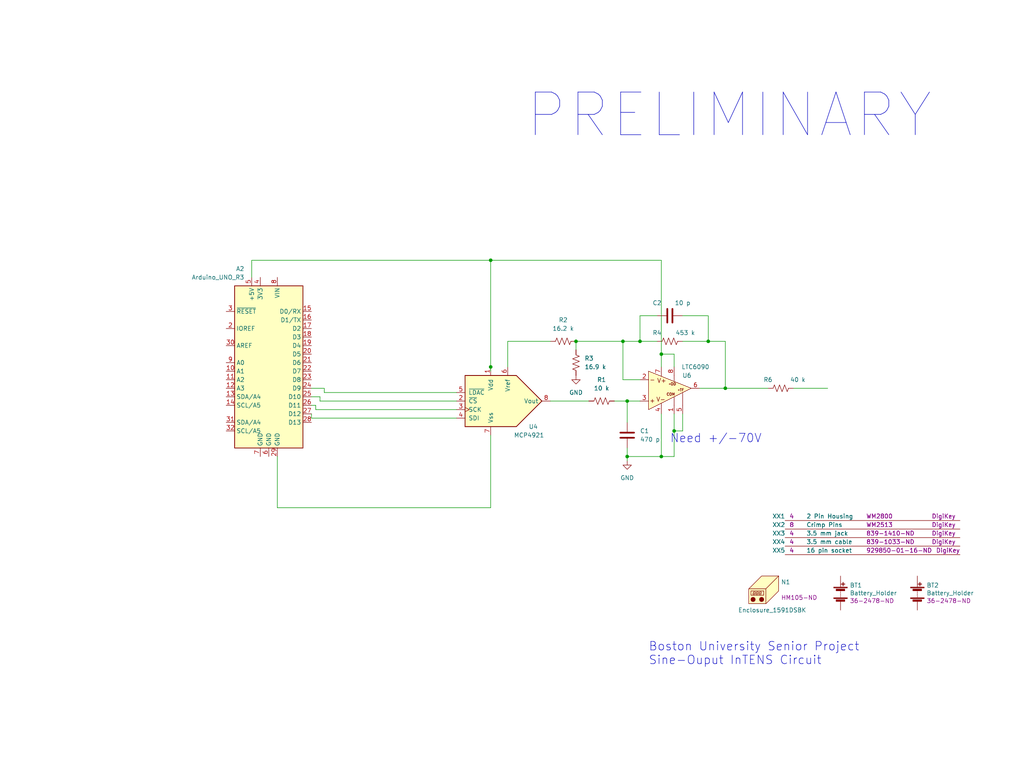
<source format=kicad_sch>
(kicad_sch (version 20230121) (generator eeschema)

  (uuid 6e358631-3af6-46c8-805a-ba1de9432901)

  (paper "User" 304.8 228.6)

  (lib_symbols
    (symbol "Analog_DAC:MCP4921" (pin_names (offset 1.016)) (in_bom yes) (on_board yes)
      (property "Reference" "U" (at 6.35 10.795 0)
        (effects (font (size 1.27 1.27)) (justify left))
      )
      (property "Value" "MCP4921" (at 6.35 8.89 0)
        (effects (font (size 1.27 1.27)) (justify left))
      )
      (property "Footprint" "" (at 25.4 -2.54 0)
        (effects (font (size 1.27 1.27)) hide)
      )
      (property "Datasheet" "http://ww1.microchip.com/downloads/en/DeviceDoc/22248a.pdf" (at 25.4 -2.54 0)
        (effects (font (size 1.27 1.27)) hide)
      )
      (property "ki_keywords" "12-Bit DAC SPI 1ch" (at 0 0 0)
        (effects (font (size 1.27 1.27)) hide)
      )
      (property "ki_description" "12-Bit D/A Converters with SPI Interface" (at 0 0 0)
        (effects (font (size 1.27 1.27)) hide)
      )
      (property "ki_fp_filters" "DIP*W7.62mm* MSOP*3x3mm*P0.65mm* SOIC*3.9x4.9mm*P1.27mm*" (at 0 0 0)
        (effects (font (size 1.27 1.27)) hide)
      )
      (symbol "MCP4921_0_0"
        (polyline
          (pts
            (xy 15.24 0)
            (xy 7.62 7.62)
            (xy -7.62 7.62)
            (xy -7.62 -7.62)
            (xy 7.62 -7.62)
            (xy 15.24 0)
          )
          (stroke (width 0.254) (type default))
          (fill (type background))
        )
      )
      (symbol "MCP4921_1_1"
        (pin power_in line (at 0 10.16 270) (length 2.54)
          (name "Vdd" (effects (font (size 1.27 1.27))))
          (number "1" (effects (font (size 1.27 1.27))))
        )
        (pin input line (at -10.16 0 0) (length 2.54)
          (name "~{CS}" (effects (font (size 1.27 1.27))))
          (number "2" (effects (font (size 1.27 1.27))))
        )
        (pin input clock (at -10.16 -2.54 0) (length 2.54)
          (name "SCK" (effects (font (size 1.27 1.27))))
          (number "3" (effects (font (size 1.27 1.27))))
        )
        (pin input line (at -10.16 -5.08 0) (length 2.54)
          (name "SDI" (effects (font (size 1.27 1.27))))
          (number "4" (effects (font (size 1.27 1.27))))
        )
        (pin input line (at -10.16 2.54 0) (length 2.54)
          (name "~{LDAC}" (effects (font (size 1.27 1.27))))
          (number "5" (effects (font (size 1.27 1.27))))
        )
        (pin power_in line (at 5.08 10.16 270) (length 2.54)
          (name "Vref" (effects (font (size 1.27 1.27))))
          (number "6" (effects (font (size 1.27 1.27))))
        )
        (pin power_in line (at 0 -10.16 90) (length 2.54)
          (name "Vss" (effects (font (size 1.27 1.27))))
          (number "7" (effects (font (size 1.27 1.27))))
        )
        (pin output line (at 17.78 0 180) (length 2.54)
          (name "Vout" (effects (font (size 1.27 1.27))))
          (number "8" (effects (font (size 1.27 1.27))))
        )
      )
    )
    (symbol "Device:C" (pin_numbers hide) (pin_names (offset 0.254)) (in_bom yes) (on_board yes)
      (property "Reference" "C" (at 0.635 2.54 0)
        (effects (font (size 1.27 1.27)) (justify left))
      )
      (property "Value" "C" (at 0.635 -2.54 0)
        (effects (font (size 1.27 1.27)) (justify left))
      )
      (property "Footprint" "" (at 0.9652 -3.81 0)
        (effects (font (size 1.27 1.27)) hide)
      )
      (property "Datasheet" "~" (at 0 0 0)
        (effects (font (size 1.27 1.27)) hide)
      )
      (property "ki_keywords" "cap capacitor" (at 0 0 0)
        (effects (font (size 1.27 1.27)) hide)
      )
      (property "ki_description" "Unpolarized capacitor" (at 0 0 0)
        (effects (font (size 1.27 1.27)) hide)
      )
      (property "ki_fp_filters" "C_*" (at 0 0 0)
        (effects (font (size 1.27 1.27)) hide)
      )
      (symbol "C_0_1"
        (polyline
          (pts
            (xy -2.032 -0.762)
            (xy 2.032 -0.762)
          )
          (stroke (width 0.508) (type default))
          (fill (type none))
        )
        (polyline
          (pts
            (xy -2.032 0.762)
            (xy 2.032 0.762)
          )
          (stroke (width 0.508) (type default))
          (fill (type none))
        )
      )
      (symbol "C_1_1"
        (pin passive line (at 0 3.81 270) (length 2.794)
          (name "~" (effects (font (size 1.27 1.27))))
          (number "1" (effects (font (size 1.27 1.27))))
        )
        (pin passive line (at 0 -3.81 90) (length 2.794)
          (name "~" (effects (font (size 1.27 1.27))))
          (number "2" (effects (font (size 1.27 1.27))))
        )
      )
    )
    (symbol "Device:R_US" (pin_numbers hide) (pin_names (offset 0)) (in_bom yes) (on_board yes)
      (property "Reference" "R" (at 2.54 0 90)
        (effects (font (size 1.27 1.27)))
      )
      (property "Value" "R_US" (at -2.54 0 90)
        (effects (font (size 1.27 1.27)))
      )
      (property "Footprint" "" (at 1.016 -0.254 90)
        (effects (font (size 1.27 1.27)) hide)
      )
      (property "Datasheet" "~" (at 0 0 0)
        (effects (font (size 1.27 1.27)) hide)
      )
      (property "ki_keywords" "R res resistor" (at 0 0 0)
        (effects (font (size 1.27 1.27)) hide)
      )
      (property "ki_description" "Resistor, US symbol" (at 0 0 0)
        (effects (font (size 1.27 1.27)) hide)
      )
      (property "ki_fp_filters" "R_*" (at 0 0 0)
        (effects (font (size 1.27 1.27)) hide)
      )
      (symbol "R_US_0_1"
        (polyline
          (pts
            (xy 0 -2.286)
            (xy 0 -2.54)
          )
          (stroke (width 0) (type default))
          (fill (type none))
        )
        (polyline
          (pts
            (xy 0 2.286)
            (xy 0 2.54)
          )
          (stroke (width 0) (type default))
          (fill (type none))
        )
        (polyline
          (pts
            (xy 0 -0.762)
            (xy 1.016 -1.143)
            (xy 0 -1.524)
            (xy -1.016 -1.905)
            (xy 0 -2.286)
          )
          (stroke (width 0) (type default))
          (fill (type none))
        )
        (polyline
          (pts
            (xy 0 0.762)
            (xy 1.016 0.381)
            (xy 0 0)
            (xy -1.016 -0.381)
            (xy 0 -0.762)
          )
          (stroke (width 0) (type default))
          (fill (type none))
        )
        (polyline
          (pts
            (xy 0 2.286)
            (xy 1.016 1.905)
            (xy 0 1.524)
            (xy -1.016 1.143)
            (xy 0 0.762)
          )
          (stroke (width 0) (type default))
          (fill (type none))
        )
      )
      (symbol "R_US_1_1"
        (pin passive line (at 0 3.81 270) (length 1.27)
          (name "~" (effects (font (size 1.27 1.27))))
          (number "1" (effects (font (size 1.27 1.27))))
        )
        (pin passive line (at 0 -3.81 90) (length 1.27)
          (name "~" (effects (font (size 1.27 1.27))))
          (number "2" (effects (font (size 1.27 1.27))))
        )
      )
    )
    (symbol "MCU_Module:Arduino_UNO_R3" (in_bom yes) (on_board yes)
      (property "Reference" "A" (at -10.16 23.495 0)
        (effects (font (size 1.27 1.27)) (justify left bottom))
      )
      (property "Value" "Arduino_UNO_R3" (at 5.08 -26.67 0)
        (effects (font (size 1.27 1.27)) (justify left top))
      )
      (property "Footprint" "Module:Arduino_UNO_R3" (at 0 0 0)
        (effects (font (size 1.27 1.27) italic) hide)
      )
      (property "Datasheet" "https://www.arduino.cc/en/Main/arduinoBoardUno" (at 0 0 0)
        (effects (font (size 1.27 1.27)) hide)
      )
      (property "ki_keywords" "Arduino UNO R3 Microcontroller Module Atmel AVR USB" (at 0 0 0)
        (effects (font (size 1.27 1.27)) hide)
      )
      (property "ki_description" "Arduino UNO Microcontroller Module, release 3" (at 0 0 0)
        (effects (font (size 1.27 1.27)) hide)
      )
      (property "ki_fp_filters" "Arduino*UNO*R3*" (at 0 0 0)
        (effects (font (size 1.27 1.27)) hide)
      )
      (symbol "Arduino_UNO_R3_0_1"
        (rectangle (start -10.16 22.86) (end 10.16 -25.4)
          (stroke (width 0.254) (type default))
          (fill (type background))
        )
      )
      (symbol "Arduino_UNO_R3_1_1"
        (pin no_connect line (at -10.16 -20.32 0) (length 2.54) hide
          (name "NC" (effects (font (size 1.27 1.27))))
          (number "1" (effects (font (size 1.27 1.27))))
        )
        (pin bidirectional line (at 12.7 -2.54 180) (length 2.54)
          (name "A1" (effects (font (size 1.27 1.27))))
          (number "10" (effects (font (size 1.27 1.27))))
        )
        (pin bidirectional line (at 12.7 -5.08 180) (length 2.54)
          (name "A2" (effects (font (size 1.27 1.27))))
          (number "11" (effects (font (size 1.27 1.27))))
        )
        (pin bidirectional line (at 12.7 -7.62 180) (length 2.54)
          (name "A3" (effects (font (size 1.27 1.27))))
          (number "12" (effects (font (size 1.27 1.27))))
        )
        (pin bidirectional line (at 12.7 -10.16 180) (length 2.54)
          (name "SDA/A4" (effects (font (size 1.27 1.27))))
          (number "13" (effects (font (size 1.27 1.27))))
        )
        (pin bidirectional line (at 12.7 -12.7 180) (length 2.54)
          (name "SCL/A5" (effects (font (size 1.27 1.27))))
          (number "14" (effects (font (size 1.27 1.27))))
        )
        (pin bidirectional line (at -12.7 15.24 0) (length 2.54)
          (name "D0/RX" (effects (font (size 1.27 1.27))))
          (number "15" (effects (font (size 1.27 1.27))))
        )
        (pin bidirectional line (at -12.7 12.7 0) (length 2.54)
          (name "D1/TX" (effects (font (size 1.27 1.27))))
          (number "16" (effects (font (size 1.27 1.27))))
        )
        (pin bidirectional line (at -12.7 10.16 0) (length 2.54)
          (name "D2" (effects (font (size 1.27 1.27))))
          (number "17" (effects (font (size 1.27 1.27))))
        )
        (pin bidirectional line (at -12.7 7.62 0) (length 2.54)
          (name "D3" (effects (font (size 1.27 1.27))))
          (number "18" (effects (font (size 1.27 1.27))))
        )
        (pin bidirectional line (at -12.7 5.08 0) (length 2.54)
          (name "D4" (effects (font (size 1.27 1.27))))
          (number "19" (effects (font (size 1.27 1.27))))
        )
        (pin output line (at 12.7 10.16 180) (length 2.54)
          (name "IOREF" (effects (font (size 1.27 1.27))))
          (number "2" (effects (font (size 1.27 1.27))))
        )
        (pin bidirectional line (at -12.7 2.54 0) (length 2.54)
          (name "D5" (effects (font (size 1.27 1.27))))
          (number "20" (effects (font (size 1.27 1.27))))
        )
        (pin bidirectional line (at -12.7 0 0) (length 2.54)
          (name "D6" (effects (font (size 1.27 1.27))))
          (number "21" (effects (font (size 1.27 1.27))))
        )
        (pin bidirectional line (at -12.7 -2.54 0) (length 2.54)
          (name "D7" (effects (font (size 1.27 1.27))))
          (number "22" (effects (font (size 1.27 1.27))))
        )
        (pin bidirectional line (at -12.7 -5.08 0) (length 2.54)
          (name "D8" (effects (font (size 1.27 1.27))))
          (number "23" (effects (font (size 1.27 1.27))))
        )
        (pin bidirectional line (at -12.7 -7.62 0) (length 2.54)
          (name "D9" (effects (font (size 1.27 1.27))))
          (number "24" (effects (font (size 1.27 1.27))))
        )
        (pin bidirectional line (at -12.7 -10.16 0) (length 2.54)
          (name "D10" (effects (font (size 1.27 1.27))))
          (number "25" (effects (font (size 1.27 1.27))))
        )
        (pin bidirectional line (at -12.7 -12.7 0) (length 2.54)
          (name "D11" (effects (font (size 1.27 1.27))))
          (number "26" (effects (font (size 1.27 1.27))))
        )
        (pin bidirectional line (at -12.7 -15.24 0) (length 2.54)
          (name "D12" (effects (font (size 1.27 1.27))))
          (number "27" (effects (font (size 1.27 1.27))))
        )
        (pin bidirectional line (at -12.7 -17.78 0) (length 2.54)
          (name "D13" (effects (font (size 1.27 1.27))))
          (number "28" (effects (font (size 1.27 1.27))))
        )
        (pin power_in line (at -2.54 -27.94 90) (length 2.54)
          (name "GND" (effects (font (size 1.27 1.27))))
          (number "29" (effects (font (size 1.27 1.27))))
        )
        (pin input line (at 12.7 15.24 180) (length 2.54)
          (name "~{RESET}" (effects (font (size 1.27 1.27))))
          (number "3" (effects (font (size 1.27 1.27))))
        )
        (pin input line (at 12.7 5.08 180) (length 2.54)
          (name "AREF" (effects (font (size 1.27 1.27))))
          (number "30" (effects (font (size 1.27 1.27))))
        )
        (pin bidirectional line (at 12.7 -17.78 180) (length 2.54)
          (name "SDA/A4" (effects (font (size 1.27 1.27))))
          (number "31" (effects (font (size 1.27 1.27))))
        )
        (pin bidirectional line (at 12.7 -20.32 180) (length 2.54)
          (name "SCL/A5" (effects (font (size 1.27 1.27))))
          (number "32" (effects (font (size 1.27 1.27))))
        )
        (pin power_out line (at 2.54 25.4 270) (length 2.54)
          (name "3V3" (effects (font (size 1.27 1.27))))
          (number "4" (effects (font (size 1.27 1.27))))
        )
        (pin power_out line (at 5.08 25.4 270) (length 2.54)
          (name "+5V" (effects (font (size 1.27 1.27))))
          (number "5" (effects (font (size 1.27 1.27))))
        )
        (pin power_in line (at 0 -27.94 90) (length 2.54)
          (name "GND" (effects (font (size 1.27 1.27))))
          (number "6" (effects (font (size 1.27 1.27))))
        )
        (pin power_in line (at 2.54 -27.94 90) (length 2.54)
          (name "GND" (effects (font (size 1.27 1.27))))
          (number "7" (effects (font (size 1.27 1.27))))
        )
        (pin power_in line (at -2.54 25.4 270) (length 2.54)
          (name "VIN" (effects (font (size 1.27 1.27))))
          (number "8" (effects (font (size 1.27 1.27))))
        )
        (pin bidirectional line (at 12.7 0 180) (length 2.54)
          (name "A0" (effects (font (size 1.27 1.27))))
          (number "9" (effects (font (size 1.27 1.27))))
        )
      )
    )
    (symbol "Mechanical:Housing" (pin_names (offset 1.016)) (in_bom yes) (on_board yes)
      (property "Reference" "N" (at 3.81 0 0)
        (effects (font (size 1.27 1.27)) (justify left))
      )
      (property "Value" "Housing" (at 3.81 -1.905 0)
        (effects (font (size 1.27 1.27)) (justify left))
      )
      (property "Footprint" "" (at 1.27 1.27 0)
        (effects (font (size 1.27 1.27)) hide)
      )
      (property "Datasheet" "~" (at 1.27 1.27 0)
        (effects (font (size 1.27 1.27)) hide)
      )
      (property "ki_keywords" "housing enclosure" (at 0 0 0)
        (effects (font (size 1.27 1.27)) hide)
      )
      (property "ki_description" "Housing" (at 0 0 0)
        (effects (font (size 1.27 1.27)) hide)
      )
      (property "ki_fp_filters" "Enclosure* Housing*" (at 0 0 0)
        (effects (font (size 1.27 1.27)) hide)
      )
      (symbol "Housing_0_1"
        (rectangle (start -5.08 -0.635) (end -1.27 -1.905)
          (stroke (width 0) (type default))
          (fill (type none))
        )
        (circle (center -4.445 -3.175) (radius 0.635)
          (stroke (width 0) (type default))
          (fill (type outline))
        )
        (circle (center -1.905 -3.175) (radius 0.635)
          (stroke (width 0) (type default))
          (fill (type outline))
        )
        (polyline
          (pts
            (xy -4.5212 -1.5748)
            (xy -4.4704 -1.3716)
          )
          (stroke (width 0) (type default))
          (fill (type none))
        )
        (polyline
          (pts
            (xy -4.4196 -1.6764)
            (xy -4.064 -1.6764)
          )
          (stroke (width 0) (type default))
          (fill (type none))
        )
        (polyline
          (pts
            (xy -4.4196 -1.2192)
            (xy -4.3688 -0.9652)
          )
          (stroke (width 0) (type default))
          (fill (type none))
        )
        (polyline
          (pts
            (xy -4.318 -1.3208)
            (xy -4.0132 -1.3208)
          )
          (stroke (width 0) (type default))
          (fill (type none))
        )
        (polyline
          (pts
            (xy -4.2164 -0.9144)
            (xy -3.9116 -0.9144)
          )
          (stroke (width 0) (type default))
          (fill (type none))
        )
        (polyline
          (pts
            (xy -3.9116 -1.6256)
            (xy -3.8608 -1.3716)
          )
          (stroke (width 0) (type default))
          (fill (type none))
        )
        (polyline
          (pts
            (xy -3.81 -1.2192)
            (xy -3.7592 -0.9652)
          )
          (stroke (width 0) (type default))
          (fill (type none))
        )
        (polyline
          (pts
            (xy -3.6068 -1.5748)
            (xy -3.556 -1.3716)
          )
          (stroke (width 0) (type default))
          (fill (type none))
        )
        (polyline
          (pts
            (xy -3.5052 -1.6764)
            (xy -3.1496 -1.6764)
          )
          (stroke (width 0) (type default))
          (fill (type none))
        )
        (polyline
          (pts
            (xy -3.5052 -1.2192)
            (xy -3.4544 -0.9652)
          )
          (stroke (width 0) (type default))
          (fill (type none))
        )
        (polyline
          (pts
            (xy -3.4036 -1.3208)
            (xy -3.0988 -1.3208)
          )
          (stroke (width 0) (type default))
          (fill (type none))
        )
        (polyline
          (pts
            (xy -3.302 -0.9144)
            (xy -2.9972 -0.9144)
          )
          (stroke (width 0) (type default))
          (fill (type none))
        )
        (polyline
          (pts
            (xy -2.9972 -1.6256)
            (xy -2.9464 -1.3716)
          )
          (stroke (width 0) (type default))
          (fill (type none))
        )
        (polyline
          (pts
            (xy -2.8956 -1.2192)
            (xy -2.8448 -0.9652)
          )
          (stroke (width 0) (type default))
          (fill (type none))
        )
        (polyline
          (pts
            (xy -2.6924 -1.5748)
            (xy -2.6416 -1.3716)
          )
          (stroke (width 0) (type default))
          (fill (type none))
        )
        (polyline
          (pts
            (xy -2.5908 -1.6764)
            (xy -2.2352 -1.6764)
          )
          (stroke (width 0) (type default))
          (fill (type none))
        )
        (polyline
          (pts
            (xy -2.5908 -1.2192)
            (xy -2.54 -0.9652)
          )
          (stroke (width 0) (type default))
          (fill (type none))
        )
        (polyline
          (pts
            (xy -2.4892 -1.3208)
            (xy -2.1844 -1.3208)
          )
          (stroke (width 0) (type default))
          (fill (type none))
        )
        (polyline
          (pts
            (xy -2.3876 -0.9144)
            (xy -2.0828 -0.9144)
          )
          (stroke (width 0) (type default))
          (fill (type none))
        )
        (polyline
          (pts
            (xy -2.0828 -1.6256)
            (xy -2.032 -1.3716)
          )
          (stroke (width 0) (type default))
          (fill (type none))
        )
        (polyline
          (pts
            (xy -1.9812 -1.2192)
            (xy -1.9304 -0.9652)
          )
          (stroke (width 0) (type default))
          (fill (type none))
        )
        (polyline
          (pts
            (xy -0.635 0)
            (xy -0.635 -4.445)
          )
          (stroke (width 0) (type default))
          (fill (type none))
        )
        (polyline
          (pts
            (xy -5.715 0)
            (xy -0.635 0)
            (xy 3.175 3.81)
          )
          (stroke (width 0) (type default))
          (fill (type none))
        )
        (polyline
          (pts
            (xy -5.715 0)
            (xy -5.715 -4.445)
            (xy -0.635 -4.445)
            (xy 3.175 -0.635)
            (xy 3.175 3.81)
            (xy -1.905 3.81)
            (xy -5.715 0)
          )
          (stroke (width 0) (type default))
          (fill (type background))
        )
      )
    )
    (symbol "my_opamp:LTC6090" (in_bom yes) (on_board yes)
      (property "Reference" "U" (at 14.478 2.794 0)
        (effects (font (size 1.27 1.27)))
      )
      (property "Value" "" (at 0 0 0)
        (effects (font (size 1.27 1.27)))
      )
      (property "Footprint" "" (at 0 0 0)
        (effects (font (size 1.27 1.27)) hide)
      )
      (property "Datasheet" "" (at 0 0 0)
        (effects (font (size 1.27 1.27)) hide)
      )
      (symbol "LTC6090_1_1"
        (polyline
          (pts
            (xy 6.35 -7.62)
            (xy 6.35 -7.112)
          )
          (stroke (width 0) (type default))
          (fill (type none))
        )
        (polyline
          (pts
            (xy 6.35 1.27)
            (xy 6.35 1.016)
          )
          (stroke (width 0) (type default))
          (fill (type none))
        )
        (polyline
          (pts
            (xy 10.16 -7.62)
            (xy 10.16 -5.08)
          )
          (stroke (width 0) (type default))
          (fill (type none))
        )
        (polyline
          (pts
            (xy 10.16 1.27)
            (xy 10.16 -0.508)
          )
          (stroke (width 0) (type default))
          (fill (type none))
        )
        (polyline
          (pts
            (xy 12.7 -7.62)
            (xy 12.7 -3.81)
          )
          (stroke (width 0) (type default))
          (fill (type none))
        )
        (polyline
          (pts
            (xy 2.54 2.54)
            (xy 2.54 -8.89)
            (xy 15.24 -2.54)
            (xy 2.54 2.54)
          )
          (stroke (width 0) (type default))
          (fill (type background))
        )
        (text "+" (at 3.683 -6.223 0)
          (effects (font (size 1.27 1.27)))
        )
        (text "-" (at 3.683 0 0)
          (effects (font (size 1.27 1.27)))
        )
        (text "COM" (at 9.144 -4.318 0)
          (effects (font (size 0.762 0.762)))
        )
        (text "V+" (at 6.477 -0.254 0)
          (effects (font (size 1.27 1.27)))
        )
        (text "V-" (at 6.223 -5.842 0)
          (effects (font (size 1.27 1.27)))
        )
        (text "~OD" (at 9.652 -1.27 0)
          (effects (font (size 0.762 0.762)))
        )
        (text "~TF" (at 12.192 -3.048 0)
          (effects (font (size 0.762 0.762)))
        )
        (pin passive line (at 10.16 -10.16 90) (length 2.54)
          (name "~" (effects (font (size 1.27 1.27))))
          (number "1" (effects (font (size 1.27 1.27))))
        )
        (pin passive line (at 0 0 0) (length 2.54)
          (name "~" (effects (font (size 1.27 1.27))))
          (number "2" (effects (font (size 1.27 1.27))))
        )
        (pin passive line (at 0 -6.35 0) (length 2.54)
          (name "~" (effects (font (size 1.27 1.27))))
          (number "3" (effects (font (size 1.27 1.27))))
        )
        (pin passive line (at 6.35 -10.16 90) (length 2.54)
          (name "~" (effects (font (size 1.27 1.27))))
          (number "4" (effects (font (size 1.27 1.27))))
        )
        (pin passive line (at 12.7 -10.16 90) (length 2.54)
          (name "~" (effects (font (size 1.27 1.27))))
          (number "5" (effects (font (size 1.27 1.27))))
        )
        (pin passive line (at 17.78 -2.54 180) (length 2.54)
          (name "~" (effects (font (size 1.27 1.27))))
          (number "6" (effects (font (size 1.27 1.27))))
        )
        (pin passive line (at 6.35 3.81 270) (length 2.54)
          (name "~" (effects (font (size 1.27 1.27))))
          (number "7" (effects (font (size 1.27 1.27))))
        )
        (pin passive line (at 10.16 3.81 270) (length 2.54)
          (name "~" (effects (font (size 1.27 1.27))))
          (number "8" (effects (font (size 1.27 1.27))))
        )
      )
    )
    (symbol "power:GND" (power) (pin_names (offset 0)) (in_bom yes) (on_board yes)
      (property "Reference" "#PWR" (at 0 -6.35 0)
        (effects (font (size 1.27 1.27)) hide)
      )
      (property "Value" "GND" (at 0 -3.81 0)
        (effects (font (size 1.27 1.27)))
      )
      (property "Footprint" "" (at 0 0 0)
        (effects (font (size 1.27 1.27)) hide)
      )
      (property "Datasheet" "" (at 0 0 0)
        (effects (font (size 1.27 1.27)) hide)
      )
      (property "ki_keywords" "global power" (at 0 0 0)
        (effects (font (size 1.27 1.27)) hide)
      )
      (property "ki_description" "Power symbol creates a global label with name \"GND\" , ground" (at 0 0 0)
        (effects (font (size 1.27 1.27)) hide)
      )
      (symbol "GND_0_1"
        (polyline
          (pts
            (xy 0 0)
            (xy 0 -1.27)
            (xy 1.27 -1.27)
            (xy 0 -2.54)
            (xy -1.27 -1.27)
            (xy 0 -1.27)
          )
          (stroke (width 0) (type default))
          (fill (type none))
        )
      )
      (symbol "GND_1_1"
        (pin power_in line (at 0 0 270) (length 0) hide
          (name "GND" (effects (font (size 1.27 1.27))))
          (number "1" (effects (font (size 1.27 1.27))))
        )
      )
    )
    (symbol "tens:BOM_item" (pin_names (offset 1.016)) (in_bom yes) (on_board yes)
      (property "Reference" "XX" (at -3.81 1.27 0)
        (effects (font (size 1.27 1.27)) (justify left))
      )
      (property "Value" "BOM_item" (at 6.35 1.27 0)
        (effects (font (size 1.27 1.27)) (justify left))
      )
      (property "Footprint" "" (at 0 0 0)
        (effects (font (size 1.27 1.27)) hide)
      )
      (property "Datasheet" "" (at 0 0 0)
        (effects (font (size 1.27 1.27)) (justify left) hide)
      )
      (property "CatNo" "CatNo" (at 24.13 1.27 0)
        (effects (font (size 1.27 1.27)) (justify left))
      )
      (property "Vendor" "Vendor" (at 50.8 1.27 0)
        (effects (font (size 1.27 1.27)) (justify right))
      )
      (property "Qty" "Qty" (at 1.27 1.27 0)
        (effects (font (size 1.27 1.27)) (justify left))
      )
      (symbol "BOM_item_0_1"
        (polyline
          (pts
            (xy 0 0)
            (xy 52.07 0)
          )
          (stroke (width 0) (type solid))
          (fill (type none))
        )
      )
    )
    (symbol "tens:Battery_Holder" (pin_numbers hide) (pin_names (offset 0) hide) (in_bom yes) (on_board yes)
      (property "Reference" "BT" (at 2.54 2.54 0)
        (effects (font (size 1.27 1.27)) (justify left))
      )
      (property "Value" "Battery_Holder" (at 2.54 0 0)
        (effects (font (size 1.27 1.27)) (justify left))
      )
      (property "Footprint" "" (at 0 1.524 90)
        (effects (font (size 1.27 1.27)) hide)
      )
      (property "Datasheet" "~" (at 0 1.524 90)
        (effects (font (size 1.27 1.27)) hide)
      )
      (property "ki_keywords" "batt voltage-source cell" (at 0 0 0)
        (effects (font (size 1.27 1.27)) hide)
      )
      (property "ki_description" "Multiple-cell battery" (at 0 0 0)
        (effects (font (size 1.27 1.27)) hide)
      )
      (symbol "Battery_Holder_0_1"
        (rectangle (start -2.032 -1.397) (end 2.032 -1.651)
          (stroke (width 0) (type solid))
          (fill (type outline))
        )
        (rectangle (start -2.032 1.778) (end 2.032 1.524)
          (stroke (width 0) (type solid))
          (fill (type outline))
        )
        (rectangle (start -1.3208 -1.9812) (end 1.27 -2.4892)
          (stroke (width 0) (type solid))
          (fill (type outline))
        )
        (rectangle (start -1.3208 1.1938) (end 1.27 0.6858)
          (stroke (width 0) (type solid))
          (fill (type outline))
        )
        (polyline
          (pts
            (xy 0 -2.54)
            (xy 0 -5.08)
          )
          (stroke (width 0) (type solid))
          (fill (type none))
        )
        (polyline
          (pts
            (xy 0 -1.524)
            (xy 0 -1.27)
          )
          (stroke (width 0) (type solid))
          (fill (type none))
        )
        (polyline
          (pts
            (xy 0 -1.016)
            (xy 0 -0.762)
          )
          (stroke (width 0) (type solid))
          (fill (type none))
        )
        (polyline
          (pts
            (xy 0 -0.508)
            (xy 0 -0.254)
          )
          (stroke (width 0) (type solid))
          (fill (type none))
        )
        (polyline
          (pts
            (xy 0 0)
            (xy 0 0.254)
          )
          (stroke (width 0) (type solid))
          (fill (type none))
        )
        (polyline
          (pts
            (xy 0 0.508)
            (xy 0 0.762)
          )
          (stroke (width 0) (type solid))
          (fill (type none))
        )
        (polyline
          (pts
            (xy 0 1.778)
            (xy 0 2.54)
          )
          (stroke (width 0) (type solid))
          (fill (type none))
        )
        (polyline
          (pts
            (xy 0 2.54)
            (xy 0 5.08)
          )
          (stroke (width 0) (type solid))
          (fill (type none))
        )
        (polyline
          (pts
            (xy 0.254 2.667)
            (xy 1.27 2.667)
          )
          (stroke (width 0.254) (type solid))
          (fill (type none))
        )
        (polyline
          (pts
            (xy 0.762 3.175)
            (xy 0.762 2.159)
          )
          (stroke (width 0.254) (type solid))
          (fill (type none))
        )
      )
    )
  )

  (junction (at 215.9 115.57) (diameter 0) (color 0 0 0 0)
    (uuid 05027dae-2d94-4127-8272-b9baaad1691d)
  )
  (junction (at 186.69 135.89) (diameter 0) (color 0 0 0 0)
    (uuid 1b0eb325-fb9f-4799-90c0-b2f00d747b09)
  )
  (junction (at 210.82 101.6) (diameter 0) (color 0 0 0 0)
    (uuid 3ac10267-d63e-4b52-8833-beef88e01770)
  )
  (junction (at 196.85 105.41) (diameter 0) (color 0 0 0 0)
    (uuid 51490935-4ec4-4984-9dfe-112026872309)
  )
  (junction (at 171.45 101.6) (diameter 0) (color 0 0 0 0)
    (uuid 63fd1f48-04fa-4681-9009-ce1733474673)
  )
  (junction (at 146.05 109.22) (diameter 0) (color 0 0 0 0)
    (uuid 72239882-843f-4d39-9bc7-19a1512635a0)
  )
  (junction (at 185.42 101.6) (diameter 0) (color 0 0 0 0)
    (uuid 8869b475-a722-4d0b-9c20-7a88d8a78920)
  )
  (junction (at 190.5 101.6) (diameter 0) (color 0 0 0 0)
    (uuid b49b8d4b-9a9e-4c40-9ec2-0521f16dd6a5)
  )
  (junction (at 186.69 119.38) (diameter 0) (color 0 0 0 0)
    (uuid c57ebd24-6255-410f-b0a1-7b5fab84b0b5)
  )
  (junction (at 146.05 77.47) (diameter 0) (color 0 0 0 0)
    (uuid c7182b25-862e-4692-90f1-39be5d876aec)
  )
  (junction (at 200.66 128.27) (diameter 0) (color 0 0 0 0)
    (uuid e2c67697-db90-43a6-9f48-ec5e51f72009)
  )
  (junction (at 196.85 135.89) (diameter 0) (color 0 0 0 0)
    (uuid f31d833d-71e7-4bda-bab3-413530aeff53)
  )

  (wire (pts (xy 215.9 115.57) (xy 208.28 115.57))
    (stroke (width 0) (type default))
    (uuid 027399a4-beb9-443d-8d53-febf521d5f44)
  )
  (wire (pts (xy 151.13 101.6) (xy 163.83 101.6))
    (stroke (width 0) (type default))
    (uuid 13368425-7ca8-493d-916f-98d262c0eee2)
  )
  (wire (pts (xy 171.45 101.6) (xy 185.42 101.6))
    (stroke (width 0) (type default))
    (uuid 1c5571ff-c5c3-469d-9b8c-81ea5ada4b1d)
  )
  (wire (pts (xy 146.05 77.47) (xy 146.05 109.22))
    (stroke (width 0) (type default))
    (uuid 1d54bf3b-fcb6-45e9-93ee-3f3d01c8f9f1)
  )
  (wire (pts (xy 196.85 109.22) (xy 196.85 105.41))
    (stroke (width 0) (type default))
    (uuid 1f26b80b-766d-453c-8b81-59d116e03388)
  )
  (wire (pts (xy 146.05 129.54) (xy 146.05 151.13))
    (stroke (width 0) (type default))
    (uuid 214ccfe3-cfdb-4c70-878a-b2f20b22809b)
  )
  (wire (pts (xy 186.69 119.38) (xy 190.5 119.38))
    (stroke (width 0) (type default))
    (uuid 21959aec-38e0-4324-a98f-c4bfc144efff)
  )
  (wire (pts (xy 92.71 118.11) (xy 95.25 118.11))
    (stroke (width 0) (type default))
    (uuid 25f0c6c1-9063-4e77-b5d8-b38a285fb31f)
  )
  (wire (pts (xy 92.71 120.65) (xy 93.98 120.65))
    (stroke (width 0) (type default))
    (uuid 27a3ea2e-1b24-406f-ac42-f0e0e0067932)
  )
  (wire (pts (xy 195.58 93.98) (xy 190.5 93.98))
    (stroke (width 0) (type default))
    (uuid 2c2a4b3d-d8e1-4b0d-b00f-718c9fdcc63f)
  )
  (wire (pts (xy 186.69 119.38) (xy 186.69 125.73))
    (stroke (width 0) (type default))
    (uuid 33d28369-ea69-48c1-93c6-5323469a974c)
  )
  (wire (pts (xy 95.25 118.11) (xy 95.25 119.38))
    (stroke (width 0) (type default))
    (uuid 3680889b-fc79-4495-a638-88c8f07376b8)
  )
  (wire (pts (xy 203.2 93.98) (xy 210.82 93.98))
    (stroke (width 0) (type default))
    (uuid 3bdade4d-94a7-4ae8-bf1e-4b4926618a7b)
  )
  (wire (pts (xy 215.9 101.6) (xy 215.9 115.57))
    (stroke (width 0) (type default))
    (uuid 4286bddf-cd35-46d1-9ff0-a79662c0a906)
  )
  (wire (pts (xy 146.05 109.22) (xy 146.05 110.49))
    (stroke (width 0) (type default))
    (uuid 430228dd-3a1d-41ea-8b35-77fd66cd2ebf)
  )
  (wire (pts (xy 92.71 124.46) (xy 135.89 124.46))
    (stroke (width 0) (type default))
    (uuid 464d013a-8ac9-4295-98ae-2392725132de)
  )
  (wire (pts (xy 186.69 135.89) (xy 186.69 133.35))
    (stroke (width 0) (type default))
    (uuid 578ac2c9-f104-4efa-bed9-51f3eb161093)
  )
  (wire (pts (xy 171.45 101.6) (xy 171.45 104.14))
    (stroke (width 0) (type default))
    (uuid 62e79984-3529-4bb0-937c-17c9364263b4)
  )
  (wire (pts (xy 182.88 119.38) (xy 186.69 119.38))
    (stroke (width 0) (type default))
    (uuid 6849e21c-45ec-4bb9-8197-c6753180dcde)
  )
  (wire (pts (xy 190.5 113.03) (xy 185.42 113.03))
    (stroke (width 0) (type default))
    (uuid 6a7102d1-7ff8-4f38-86eb-f653bcab58b8)
  )
  (wire (pts (xy 215.9 115.57) (xy 228.6 115.57))
    (stroke (width 0) (type default))
    (uuid 6cd8dbe2-a324-4818-a8b6-6551db7350da)
  )
  (wire (pts (xy 190.5 101.6) (xy 195.58 101.6))
    (stroke (width 0) (type default))
    (uuid 80fddc2e-3d52-4729-b7de-c0ee2f488656)
  )
  (wire (pts (xy 236.22 115.57) (xy 246.38 115.57))
    (stroke (width 0) (type default))
    (uuid 8164a766-83fe-45c0-8ef0-5cb0e7f55e24)
  )
  (wire (pts (xy 186.69 135.89) (xy 196.85 135.89))
    (stroke (width 0) (type default))
    (uuid 8741e665-44bc-4b55-a84f-eb7cf0513dfb)
  )
  (wire (pts (xy 146.05 151.13) (xy 82.55 151.13))
    (stroke (width 0) (type default))
    (uuid 91918781-9351-498c-b83a-7eb618593cf7)
  )
  (wire (pts (xy 210.82 101.6) (xy 215.9 101.6))
    (stroke (width 0) (type default))
    (uuid 9446a9d6-76cb-4bfa-88b8-a1a8ecfcfa65)
  )
  (wire (pts (xy 146.05 77.47) (xy 74.93 77.47))
    (stroke (width 0) (type default))
    (uuid 958764f2-e3d6-46c0-a6ad-ab6139ac7e00)
  )
  (wire (pts (xy 151.13 109.22) (xy 151.13 101.6))
    (stroke (width 0) (type default))
    (uuid 9b0337fc-b691-410d-ae62-d121a65a6e8e)
  )
  (wire (pts (xy 210.82 101.6) (xy 203.2 101.6))
    (stroke (width 0) (type default))
    (uuid 9cb4edbe-4378-4f29-9b42-b57561accd86)
  )
  (wire (pts (xy 96.52 116.84) (xy 135.89 116.84))
    (stroke (width 0) (type default))
    (uuid 9dd881fc-64b1-4f17-831b-488b1870fa91)
  )
  (wire (pts (xy 190.5 93.98) (xy 190.5 101.6))
    (stroke (width 0) (type default))
    (uuid a660e2f4-a41a-460e-a0a1-934a6df94ff0)
  )
  (wire (pts (xy 92.71 115.57) (xy 96.52 115.57))
    (stroke (width 0) (type default))
    (uuid a88def27-24f0-45a5-ba22-b805027bcb8a)
  )
  (wire (pts (xy 93.98 120.65) (xy 93.98 121.92))
    (stroke (width 0) (type default))
    (uuid a8dad6e0-7086-4b6c-83ba-ab16c3adf60e)
  )
  (wire (pts (xy 200.66 128.27) (xy 200.66 135.89))
    (stroke (width 0) (type default))
    (uuid a92bc09b-04a5-4db8-bd31-14421f0ffaf2)
  )
  (wire (pts (xy 203.2 123.19) (xy 203.2 128.27))
    (stroke (width 0) (type default))
    (uuid a96b103f-76a0-488c-85a7-2f05f8b0a11c)
  )
  (wire (pts (xy 200.66 105.41) (xy 196.85 105.41))
    (stroke (width 0) (type default))
    (uuid aa9927db-057e-415f-a47a-4cf8ce75ba93)
  )
  (wire (pts (xy 185.42 101.6) (xy 190.5 101.6))
    (stroke (width 0) (type default))
    (uuid b46766f5-39f0-43b0-add7-7f5ba3bd7364)
  )
  (wire (pts (xy 196.85 135.89) (xy 200.66 135.89))
    (stroke (width 0) (type default))
    (uuid b60fc39a-b77f-4e52-af44-4af152649af7)
  )
  (wire (pts (xy 163.83 119.38) (xy 175.26 119.38))
    (stroke (width 0) (type default))
    (uuid bbafb726-4a0e-4e03-b675-fe370e86187a)
  )
  (wire (pts (xy 95.25 119.38) (xy 135.89 119.38))
    (stroke (width 0) (type default))
    (uuid c3feaca2-e5a5-4c2b-bf31-cedeea9f0b93)
  )
  (wire (pts (xy 210.82 93.98) (xy 210.82 101.6))
    (stroke (width 0) (type default))
    (uuid c8c69d8b-ec6c-4f48-9cd2-8d2d33e9a8d1)
  )
  (wire (pts (xy 196.85 105.41) (xy 196.85 77.47))
    (stroke (width 0) (type default))
    (uuid cece4bc3-5143-4e7b-aaa8-547f2d701000)
  )
  (wire (pts (xy 186.69 137.16) (xy 186.69 135.89))
    (stroke (width 0) (type default))
    (uuid d216f176-1955-419e-aa63-ceba26a06e02)
  )
  (wire (pts (xy 82.55 151.13) (xy 82.55 135.89))
    (stroke (width 0) (type default))
    (uuid d2fde514-02ad-44c3-a276-92d3f57dbf9a)
  )
  (wire (pts (xy 96.52 115.57) (xy 96.52 116.84))
    (stroke (width 0) (type default))
    (uuid d3ae9ba0-d286-427c-bcf8-2ae65f2a2ca3)
  )
  (wire (pts (xy 200.66 109.22) (xy 200.66 105.41))
    (stroke (width 0) (type default))
    (uuid de4a71de-b59a-4f38-92d1-82b1ac6d4d21)
  )
  (wire (pts (xy 74.93 77.47) (xy 74.93 82.55))
    (stroke (width 0) (type default))
    (uuid df05b028-78d4-4786-aebf-46ea31ed7ff3)
  )
  (wire (pts (xy 196.85 123.19) (xy 196.85 135.89))
    (stroke (width 0) (type default))
    (uuid e60bded3-c678-485f-aac1-8d505c464afe)
  )
  (wire (pts (xy 92.71 123.19) (xy 92.71 124.46))
    (stroke (width 0) (type default))
    (uuid e6d75198-912f-4b27-a3be-d1d919765fe4)
  )
  (wire (pts (xy 196.85 77.47) (xy 146.05 77.47))
    (stroke (width 0) (type default))
    (uuid e93a1394-0742-4aaf-84c6-054cd63ab111)
  )
  (wire (pts (xy 185.42 101.6) (xy 185.42 113.03))
    (stroke (width 0) (type default))
    (uuid ed83e201-3d13-4285-a2c7-b90695dbddbf)
  )
  (wire (pts (xy 203.2 128.27) (xy 200.66 128.27))
    (stroke (width 0) (type default))
    (uuid eed1628a-7205-4ea6-bf60-161f66a7525f)
  )
  (wire (pts (xy 93.98 121.92) (xy 135.89 121.92))
    (stroke (width 0) (type default))
    (uuid f3aa42f0-7f4e-45db-9617-96a65af79b5b)
  )
  (wire (pts (xy 200.66 123.19) (xy 200.66 128.27))
    (stroke (width 0) (type default))
    (uuid f6b00a98-2101-4dde-b430-32bf9f1e0942)
  )

  (text "PRELIMINARY" (at 156.21 41.91 0)
    (effects (font (size 12.7 12.7)) (justify left bottom))
    (uuid 0e23723b-ed2b-4b5d-852a-c88bd3880017)
  )
  (text "Boston University Senior Project\nSine-Ouput InTENS Circuit\n"
    (at 193.04 198.12 0)
    (effects (font (size 2.54 2.54)) (justify left bottom))
    (uuid 7eb8af0d-d1d5-471d-a5aa-4530a34e864b)
  )
  (text "Need +/-70V" (at 199.39 132.08 0)
    (effects (font (size 2.54 2.54)) (justify left bottom))
    (uuid ea61cc19-7d1e-442b-a984-d3222cce64eb)
  )

  (symbol (lib_id "Device:R_US") (at 179.07 119.38 90) (unit 1)
    (in_bom yes) (on_board yes) (dnp no) (fields_autoplaced)
    (uuid 0010688f-2f8d-49a6-862c-08a4eb4a4a8d)
    (property "Reference" "R1" (at 179.07 113.03 90)
      (effects (font (size 1.27 1.27)))
    )
    (property "Value" "10 k" (at 179.07 115.57 90)
      (effects (font (size 1.27 1.27)))
    )
    (property "Footprint" "" (at 179.324 118.364 90)
      (effects (font (size 1.27 1.27)) hide)
    )
    (property "Datasheet" "~" (at 179.07 119.38 0)
      (effects (font (size 1.27 1.27)) hide)
    )
    (pin "1" (uuid 8ba369b1-e22b-46f9-a5b8-8724c82f847f))
    (pin "2" (uuid 6bbcd731-9b51-40cf-8e3a-df70a74fa4b2))
    (instances
      (project "sine-output"
        (path "/6e358631-3af6-46c8-805a-ba1de9432901"
          (reference "R1") (unit 1)
        )
      )
    )
  )

  (symbol (lib_id "tens:BOM_item") (at 233.68 160.02 0) (unit 1)
    (in_bom yes) (on_board yes) (dnp no)
    (uuid 0d616d18-bf5c-498f-ba7d-2071e90505a7)
    (property "Reference" "XX3" (at 229.87 158.75 0)
      (effects (font (size 1.27 1.27)) (justify left))
    )
    (property "Value" "3.5 mm jack" (at 240.03 158.75 0)
      (effects (font (size 1.27 1.27)) (justify left))
    )
    (property "Footprint" "" (at 233.68 160.02 0)
      (effects (font (size 1.27 1.27)) hide)
    )
    (property "Datasheet" "" (at 233.68 160.02 0)
      (effects (font (size 1.27 1.27)) (justify left) hide)
    )
    (property "CatNo" "839-1410-ND" (at 257.81 158.75 0)
      (effects (font (size 1.27 1.27)) (justify left))
    )
    (property "Vendor" "DigiKey" (at 284.48 158.75 0)
      (effects (font (size 1.27 1.27)) (justify right))
    )
    (property "Qty" "4" (at 234.95 158.75 0)
      (effects (font (size 1.27 1.27)) (justify left))
    )
    (instances
      (project "mctens"
        (path "/0679040c-2908-49ca-88dc-284438aa86cf"
          (reference "XX3") (unit 1)
        )
      )
      (project "sine-output"
        (path "/6e358631-3af6-46c8-805a-ba1de9432901"
          (reference "XX3") (unit 1)
        )
      )
    )
  )

  (symbol (lib_id "power:GND") (at 171.45 111.76 0) (unit 1)
    (in_bom yes) (on_board yes) (dnp no) (fields_autoplaced)
    (uuid 2a63f3b7-4548-4f26-9ae2-3a4889d522b1)
    (property "Reference" "#PWR01" (at 171.45 118.11 0)
      (effects (font (size 1.27 1.27)) hide)
    )
    (property "Value" "GND" (at 171.45 116.84 0)
      (effects (font (size 1.27 1.27)))
    )
    (property "Footprint" "" (at 171.45 111.76 0)
      (effects (font (size 1.27 1.27)) hide)
    )
    (property "Datasheet" "" (at 171.45 111.76 0)
      (effects (font (size 1.27 1.27)) hide)
    )
    (pin "1" (uuid 7d766e5a-c5f5-4fa2-8392-2afebb846b6e))
    (instances
      (project "sine-output"
        (path "/6e358631-3af6-46c8-805a-ba1de9432901"
          (reference "#PWR01") (unit 1)
        )
      )
    )
  )

  (symbol (lib_id "my_opamp:LTC6090") (at 190.5 113.03 0) (unit 1)
    (in_bom yes) (on_board yes) (dnp no)
    (uuid 4b407cb2-3e6f-4d31-96e8-4b412b9cd7e7)
    (property "Reference" "U6" (at 204.47 111.76 0)
      (effects (font (size 1.27 1.27)))
    )
    (property "Value" "LTC6090" (at 207.01 109.22 0)
      (effects (font (size 1.27 1.27)))
    )
    (property "Footprint" "" (at 190.5 113.03 0)
      (effects (font (size 1.27 1.27)) hide)
    )
    (property "Datasheet" "" (at 190.5 113.03 0)
      (effects (font (size 1.27 1.27)) hide)
    )
    (pin "1" (uuid a288604f-96cc-44f5-b8d0-7f58c1d0f79b))
    (pin "2" (uuid b5157a14-ef1e-4122-b8ff-6c9bfc9f458c))
    (pin "3" (uuid 60c709ca-223d-43bf-9b51-b2e74afcca9b))
    (pin "4" (uuid aba326d3-0348-41d9-bdb8-beceacc8b97a))
    (pin "5" (uuid cd2a91b0-ff3e-434e-b785-ca652baa05e2))
    (pin "6" (uuid 7e4a5bd3-f2c2-40ca-b1df-27359b40fd7a))
    (pin "7" (uuid d3529bc1-8bf8-4318-addf-a7f68b3d9ced))
    (pin "8" (uuid 33975406-4c4e-448f-a8f6-063cc0637c33))
    (instances
      (project "sine-output"
        (path "/6e358631-3af6-46c8-805a-ba1de9432901"
          (reference "U6") (unit 1)
        )
      )
    )
  )

  (symbol (lib_id "Device:C") (at 186.69 129.54 0) (unit 1)
    (in_bom yes) (on_board yes) (dnp no) (fields_autoplaced)
    (uuid 534f02b6-fb2b-46d7-b989-1e5514aeca21)
    (property "Reference" "C1" (at 190.5 128.27 0)
      (effects (font (size 1.27 1.27)) (justify left))
    )
    (property "Value" "470 p" (at 190.5 130.81 0)
      (effects (font (size 1.27 1.27)) (justify left))
    )
    (property "Footprint" "" (at 187.6552 133.35 0)
      (effects (font (size 1.27 1.27)) hide)
    )
    (property "Datasheet" "~" (at 186.69 129.54 0)
      (effects (font (size 1.27 1.27)) hide)
    )
    (pin "1" (uuid cc501f08-fa66-47af-942a-43a701229848))
    (pin "2" (uuid 7e49f8bd-1042-4b7f-a3ad-271b90fb1a49))
    (instances
      (project "sine-output"
        (path "/6e358631-3af6-46c8-805a-ba1de9432901"
          (reference "C1") (unit 1)
        )
      )
    )
  )

  (symbol (lib_id "Device:R_US") (at 171.45 107.95 180) (unit 1)
    (in_bom yes) (on_board yes) (dnp no) (fields_autoplaced)
    (uuid 61fbea1b-decf-4626-9e6b-38cbf9a3be6e)
    (property "Reference" "R3" (at 173.99 106.68 0)
      (effects (font (size 1.27 1.27)) (justify right))
    )
    (property "Value" "16.9 k" (at 173.99 109.22 0)
      (effects (font (size 1.27 1.27)) (justify right))
    )
    (property "Footprint" "" (at 170.434 107.696 90)
      (effects (font (size 1.27 1.27)) hide)
    )
    (property "Datasheet" "~" (at 171.45 107.95 0)
      (effects (font (size 1.27 1.27)) hide)
    )
    (pin "1" (uuid 06588770-cfd5-4abd-8093-8bc6a0c0907d))
    (pin "2" (uuid 0caf2cdf-b00a-4b72-8a2c-5bbcdf1526f1))
    (instances
      (project "sine-output"
        (path "/6e358631-3af6-46c8-805a-ba1de9432901"
          (reference "R3") (unit 1)
        )
      )
    )
  )

  (symbol (lib_id "MCU_Module:Arduino_UNO_R3") (at 80.01 107.95 0) (mirror y) (unit 1)
    (in_bom yes) (on_board yes) (dnp no)
    (uuid 685cae33-6fc1-434c-a615-d37b56bc7127)
    (property "Reference" "A2" (at 72.7359 80.01 0)
      (effects (font (size 1.27 1.27)) (justify left))
    )
    (property "Value" "Arduino_UNO_R3" (at 72.7359 82.55 0)
      (effects (font (size 1.27 1.27)) (justify left))
    )
    (property "Footprint" "Module:Arduino_UNO_R3" (at 80.01 107.95 0)
      (effects (font (size 1.27 1.27) italic) hide)
    )
    (property "Datasheet" "https://www.arduino.cc/en/Main/arduinoBoardUno" (at 80.01 107.95 0)
      (effects (font (size 1.27 1.27)) hide)
    )
    (pin "5" (uuid 5ac1580c-24ac-4e34-b707-e68cc2dfdc99))
    (pin "29" (uuid 1c0f51a0-24b5-41dc-9697-7ad8ce25f4e4))
    (pin "18" (uuid 4a73f1f3-0495-4c6d-9bdd-0bb8f311b7eb))
    (pin "16" (uuid 295799b6-5370-496b-809a-75feffe69ec4))
    (pin "28" (uuid 96195b36-c7df-4910-a344-5764523fb6a8))
    (pin "4" (uuid 39e42acd-15ce-4ef9-a8d9-bc80ecaf1939))
    (pin "31" (uuid 6f1bd2eb-ed34-4db8-80e0-a8dbc4e62efe))
    (pin "23" (uuid 8c939acc-626b-40aa-8d37-509a8b472d73))
    (pin "8" (uuid 2970d8fe-0d3b-4868-b9e7-3a701e7b9f41))
    (pin "13" (uuid 15240c4f-b98f-435d-bb9d-3d177313e4ad))
    (pin "15" (uuid 3d1de5ed-4f58-4ff3-9d51-75a969e76c11))
    (pin "3" (uuid 48360219-7f6e-4c9c-9fac-03a2dce8b915))
    (pin "11" (uuid 46081165-787f-4c0c-8691-b1e0adedf2e3))
    (pin "6" (uuid c7de1527-4588-4fd0-8497-f48de6fc31b1))
    (pin "30" (uuid a778723e-926b-40a1-8e28-68ebbf350e96))
    (pin "19" (uuid 513d244d-274b-41cd-91f2-b22998847446))
    (pin "12" (uuid add6a415-5627-42e6-9c51-35a063eadf2c))
    (pin "1" (uuid f1c5c34f-d56f-4e4e-a835-865f106045d2))
    (pin "21" (uuid 62689de1-8495-444a-9686-a8d515678963))
    (pin "20" (uuid 8b3546ca-6e4b-43aa-9fed-da85a21e83f9))
    (pin "10" (uuid d57fea0c-0e60-48fa-94a4-3001f2fb36f8))
    (pin "14" (uuid eb1c36ad-d308-4be1-a636-7a25c1732369))
    (pin "17" (uuid c72c16eb-c1c1-481f-b88b-793ccfd8a51f))
    (pin "2" (uuid f7124795-9afe-4851-861e-d11de75ff8b7))
    (pin "27" (uuid bc397e4f-d4a3-4a76-ae5a-cee0f5ed330a))
    (pin "22" (uuid 78fa7765-cb82-4f13-8ef4-4e2e6f578cc1))
    (pin "32" (uuid 300cf37f-45eb-46f9-be60-6ddcbfa76b22))
    (pin "7" (uuid cbd40dc0-a0e2-4f6d-b2c8-5fb335f8caae))
    (pin "24" (uuid 31141c9a-10a9-4958-b510-14f4c749f9b0))
    (pin "26" (uuid 100bc234-e04a-4cda-aa86-645f7a5b7f8c))
    (pin "9" (uuid b5dd8075-a89e-4e16-b5be-ed7d32a7a747))
    (pin "25" (uuid ef3fb83e-0709-4273-ae13-48b4d9c63134))
    (instances
      (project "sine-output"
        (path "/6e358631-3af6-46c8-805a-ba1de9432901"
          (reference "A2") (unit 1)
        )
      )
    )
  )

  (symbol (lib_id "tens:Battery_Holder") (at 250.19 176.53 0) (unit 1)
    (in_bom yes) (on_board yes) (dnp no)
    (uuid 68737a1b-a101-41a5-87c3-afbe703d17fe)
    (property "Reference" "BT1" (at 252.9332 174.2186 0)
      (effects (font (size 1.27 1.27)) (justify left))
    )
    (property "Value" "Battery_Holder" (at 252.9332 176.53 0)
      (effects (font (size 1.27 1.27)) (justify left))
    )
    (property "Footprint" "" (at 250.19 175.006 90)
      (effects (font (size 1.27 1.27)) hide)
    )
    (property "Datasheet" "~" (at 250.19 175.006 90)
      (effects (font (size 1.27 1.27)) hide)
    )
    (property "CatNo" "36-2478-ND" (at 252.9332 178.8414 0)
      (effects (font (size 1.27 1.27)) (justify left))
    )
    (instances
      (project "mctens"
        (path "/0679040c-2908-49ca-88dc-284438aa86cf"
          (reference "BT1") (unit 1)
        )
      )
      (project "sine-output"
        (path "/6e358631-3af6-46c8-805a-ba1de9432901"
          (reference "BT1") (unit 1)
        )
      )
    )
  )

  (symbol (lib_id "tens:BOM_item") (at 233.68 162.56 0) (unit 1)
    (in_bom yes) (on_board yes) (dnp no)
    (uuid 69bd7792-0eed-4723-8e80-fabfba7518ec)
    (property "Reference" "XX4" (at 229.87 161.29 0)
      (effects (font (size 1.27 1.27)) (justify left))
    )
    (property "Value" "3.5 mm cable" (at 240.03 161.29 0)
      (effects (font (size 1.27 1.27)) (justify left))
    )
    (property "Footprint" "" (at 233.68 162.56 0)
      (effects (font (size 1.27 1.27)) hide)
    )
    (property "Datasheet" "" (at 233.68 162.56 0)
      (effects (font (size 1.27 1.27)) (justify left) hide)
    )
    (property "CatNo" "839-1033-ND" (at 257.81 161.29 0)
      (effects (font (size 1.27 1.27)) (justify left))
    )
    (property "Vendor" "DigiKey" (at 284.48 161.29 0)
      (effects (font (size 1.27 1.27)) (justify right))
    )
    (property "Qty" "4" (at 234.95 161.29 0)
      (effects (font (size 1.27 1.27)) (justify left))
    )
    (instances
      (project "mctens"
        (path "/0679040c-2908-49ca-88dc-284438aa86cf"
          (reference "XX4") (unit 1)
        )
      )
      (project "sine-output"
        (path "/6e358631-3af6-46c8-805a-ba1de9432901"
          (reference "XX4") (unit 1)
        )
      )
    )
  )

  (symbol (lib_id "Analog_DAC:MCP4921") (at 146.05 119.38 0) (unit 1)
    (in_bom yes) (on_board yes) (dnp no)
    (uuid 8542449a-1992-42b8-af4f-ad3bdade84c6)
    (property "Reference" "U4" (at 158.75 127 0)
      (effects (font (size 1.27 1.27)))
    )
    (property "Value" "MCP4921" (at 157.48 129.54 0)
      (effects (font (size 1.27 1.27)))
    )
    (property "Footprint" "" (at 171.45 121.92 0)
      (effects (font (size 1.27 1.27)) hide)
    )
    (property "Datasheet" "http://ww1.microchip.com/downloads/en/DeviceDoc/22248a.pdf" (at 171.45 121.92 0)
      (effects (font (size 1.27 1.27)) hide)
    )
    (pin "1" (uuid 9daa4354-a4b7-4e2e-a471-4d2e082fdc40))
    (pin "2" (uuid 55f94942-673a-4870-a435-7b96c9d81dbc))
    (pin "3" (uuid 16bf4699-5e69-4c8d-8cde-c1df7b12d428))
    (pin "4" (uuid 4dad3999-23b6-4325-940b-8ab01da498a5))
    (pin "5" (uuid dada9a33-a273-4a7e-949a-4706a5e2154d))
    (pin "6" (uuid 86f4a415-a2ec-4594-88e7-1f2deb142e03))
    (pin "7" (uuid d453cd3e-c838-400a-bda0-06358251666f))
    (pin "8" (uuid c54f0814-ac37-4b06-bae5-35bc09b7790b))
    (instances
      (project "sine-output"
        (path "/6e358631-3af6-46c8-805a-ba1de9432901"
          (reference "U4") (unit 1)
        )
      )
    )
  )

  (symbol (lib_id "Device:R_US") (at 167.64 101.6 90) (unit 1)
    (in_bom yes) (on_board yes) (dnp no) (fields_autoplaced)
    (uuid 8cc12862-bc04-4d14-b61f-a86b9050b215)
    (property "Reference" "R2" (at 167.64 95.25 90)
      (effects (font (size 1.27 1.27)))
    )
    (property "Value" "16.2 k" (at 167.64 97.79 90)
      (effects (font (size 1.27 1.27)))
    )
    (property "Footprint" "" (at 167.894 100.584 90)
      (effects (font (size 1.27 1.27)) hide)
    )
    (property "Datasheet" "~" (at 167.64 101.6 0)
      (effects (font (size 1.27 1.27)) hide)
    )
    (pin "1" (uuid 3c3afbdc-63f0-4c4f-912d-60f6dd6b589c))
    (pin "2" (uuid 03bd121f-58c8-46d7-80dc-a0ace4805499))
    (instances
      (project "sine-output"
        (path "/6e358631-3af6-46c8-805a-ba1de9432901"
          (reference "R2") (unit 1)
        )
      )
    )
  )

  (symbol (lib_id "tens:BOM_item") (at 233.68 157.48 0) (unit 1)
    (in_bom yes) (on_board yes) (dnp no)
    (uuid 8f8cefa9-78da-4f76-8c21-c782c25a8b44)
    (property "Reference" "XX2" (at 229.87 156.21 0)
      (effects (font (size 1.27 1.27)) (justify left))
    )
    (property "Value" "Crimp Pins" (at 240.03 156.21 0)
      (effects (font (size 1.27 1.27)) (justify left))
    )
    (property "Footprint" "" (at 233.68 157.48 0)
      (effects (font (size 1.27 1.27)) hide)
    )
    (property "Datasheet" "" (at 233.68 157.48 0)
      (effects (font (size 1.27 1.27)) (justify left) hide)
    )
    (property "CatNo" "WM2513" (at 257.81 156.21 0)
      (effects (font (size 1.27 1.27)) (justify left))
    )
    (property "Vendor" "DigiKey" (at 284.48 156.21 0)
      (effects (font (size 1.27 1.27)) (justify right))
    )
    (property "Qty" "8" (at 234.95 156.21 0)
      (effects (font (size 1.27 1.27)) (justify left))
    )
    (instances
      (project "mctens"
        (path "/0679040c-2908-49ca-88dc-284438aa86cf"
          (reference "XX2") (unit 1)
        )
      )
      (project "sine-output"
        (path "/6e358631-3af6-46c8-805a-ba1de9432901"
          (reference "XX2") (unit 1)
        )
      )
    )
  )

  (symbol (lib_id "Device:R_US") (at 199.39 101.6 90) (unit 1)
    (in_bom yes) (on_board yes) (dnp no)
    (uuid 95209e2e-3beb-44ab-b543-abfdb99a8f7f)
    (property "Reference" "R4" (at 195.58 99.06 90)
      (effects (font (size 1.27 1.27)))
    )
    (property "Value" "453 k " (at 204.47 99.06 90)
      (effects (font (size 1.27 1.27)))
    )
    (property "Footprint" "" (at 199.644 100.584 90)
      (effects (font (size 1.27 1.27)) hide)
    )
    (property "Datasheet" "~" (at 199.39 101.6 0)
      (effects (font (size 1.27 1.27)) hide)
    )
    (pin "1" (uuid 0d64c707-cb88-4d6d-bc7f-4dba5e7b07fd))
    (pin "2" (uuid 45a62ac1-2c4b-4abe-9d5a-8e9cb82706fe))
    (instances
      (project "sine-output"
        (path "/6e358631-3af6-46c8-805a-ba1de9432901"
          (reference "R4") (unit 1)
        )
      )
    )
  )

  (symbol (lib_id "tens:Battery_Holder") (at 273.05 176.53 0) (unit 1)
    (in_bom yes) (on_board yes) (dnp no)
    (uuid 9f8da146-c5b4-4837-a208-a3cb11c5c932)
    (property "Reference" "BT2" (at 275.7932 174.2186 0)
      (effects (font (size 1.27 1.27)) (justify left))
    )
    (property "Value" "Battery_Holder" (at 275.7932 176.53 0)
      (effects (font (size 1.27 1.27)) (justify left))
    )
    (property "Footprint" "" (at 273.05 175.006 90)
      (effects (font (size 1.27 1.27)) hide)
    )
    (property "Datasheet" "~" (at 273.05 175.006 90)
      (effects (font (size 1.27 1.27)) hide)
    )
    (property "CatNo" "36-2478-ND" (at 275.7932 178.8414 0)
      (effects (font (size 1.27 1.27)) (justify left))
    )
    (instances
      (project "mctens"
        (path "/0679040c-2908-49ca-88dc-284438aa86cf"
          (reference "BT2") (unit 1)
        )
      )
      (project "sine-output"
        (path "/6e358631-3af6-46c8-805a-ba1de9432901"
          (reference "BT2") (unit 1)
        )
      )
    )
  )

  (symbol (lib_id "tens:BOM_item") (at 233.68 165.1 0) (unit 1)
    (in_bom yes) (on_board yes) (dnp no)
    (uuid a2c3d5a7-6ba0-4fc2-908f-166f4221cdaf)
    (property "Reference" "XX5" (at 229.87 163.83 0)
      (effects (font (size 1.27 1.27)) (justify left))
    )
    (property "Value" "16 pin socket" (at 240.03 163.83 0)
      (effects (font (size 1.27 1.27)) (justify left))
    )
    (property "Footprint" "" (at 233.68 165.1 0)
      (effects (font (size 1.27 1.27)) hide)
    )
    (property "Datasheet" "" (at 233.68 165.1 0)
      (effects (font (size 1.27 1.27)) (justify left) hide)
    )
    (property "CatNo" "929850-01-16-ND" (at 257.81 163.83 0)
      (effects (font (size 1.27 1.27)) (justify left))
    )
    (property "Vendor" "DigiKey" (at 285.75 163.83 0)
      (effects (font (size 1.27 1.27)) (justify right))
    )
    (property "Qty" "4" (at 234.95 163.83 0)
      (effects (font (size 1.27 1.27)) (justify left))
    )
    (instances
      (project "mctens"
        (path "/0679040c-2908-49ca-88dc-284438aa86cf"
          (reference "XX5") (unit 1)
        )
      )
      (project "sine-output"
        (path "/6e358631-3af6-46c8-805a-ba1de9432901"
          (reference "XX5") (unit 1)
        )
      )
    )
  )

  (symbol (lib_id "Mechanical:Housing") (at 228.6 175.26 0) (unit 1)
    (in_bom yes) (on_board yes) (dnp no)
    (uuid bd2f5685-43d6-49e9-a51a-34ce47a6df26)
    (property "Reference" "N1" (at 232.4862 173.2534 0)
      (effects (font (size 1.27 1.27)) (justify left))
    )
    (property "Value" "Enclosure_1591DSBK" (at 219.71 181.61 0)
      (effects (font (size 1.27 1.27)) (justify left))
    )
    (property "Footprint" "" (at 229.87 173.99 0)
      (effects (font (size 1.27 1.27)) hide)
    )
    (property "Datasheet" "~" (at 229.87 173.99 0)
      (effects (font (size 1.27 1.27)) hide)
    )
    (property "CatNo" "HM105-ND" (at 232.4862 177.8762 0)
      (effects (font (size 1.27 1.27)) (justify left))
    )
    (instances
      (project "mctens"
        (path "/0679040c-2908-49ca-88dc-284438aa86cf"
          (reference "N1") (unit 1)
        )
      )
      (project "sine-output"
        (path "/6e358631-3af6-46c8-805a-ba1de9432901"
          (reference "N1") (unit 1)
        )
      )
    )
  )

  (symbol (lib_id "power:GND") (at 186.69 137.16 0) (unit 1)
    (in_bom yes) (on_board yes) (dnp no) (fields_autoplaced)
    (uuid c804d7a8-2de7-464f-ab67-776eafcc1a70)
    (property "Reference" "#PWR02" (at 186.69 143.51 0)
      (effects (font (size 1.27 1.27)) hide)
    )
    (property "Value" "GND" (at 186.69 142.24 0)
      (effects (font (size 1.27 1.27)))
    )
    (property "Footprint" "" (at 186.69 137.16 0)
      (effects (font (size 1.27 1.27)) hide)
    )
    (property "Datasheet" "" (at 186.69 137.16 0)
      (effects (font (size 1.27 1.27)) hide)
    )
    (pin "1" (uuid 69b30dd4-f227-4905-ab6c-9da81bf1ed67))
    (instances
      (project "sine-output"
        (path "/6e358631-3af6-46c8-805a-ba1de9432901"
          (reference "#PWR02") (unit 1)
        )
      )
    )
  )

  (symbol (lib_id "tens:BOM_item") (at 233.68 154.94 0) (unit 1)
    (in_bom yes) (on_board yes) (dnp no)
    (uuid cae4fda5-6bbe-41da-9865-7fe97d647d6b)
    (property "Reference" "XX1" (at 229.87 153.67 0)
      (effects (font (size 1.27 1.27)) (justify left))
    )
    (property "Value" "2 Pin Housing" (at 240.03 153.67 0)
      (effects (font (size 1.27 1.27)) (justify left))
    )
    (property "Footprint" "" (at 233.68 154.94 0)
      (effects (font (size 1.27 1.27)) hide)
    )
    (property "Datasheet" "" (at 233.68 154.94 0)
      (effects (font (size 1.27 1.27)) (justify left) hide)
    )
    (property "CatNo" "WM2800" (at 257.81 153.67 0)
      (effects (font (size 1.27 1.27)) (justify left))
    )
    (property "Vendor" "DigiKey" (at 284.48 153.67 0)
      (effects (font (size 1.27 1.27)) (justify right))
    )
    (property "Qty" "4" (at 234.95 153.67 0)
      (effects (font (size 1.27 1.27)) (justify left))
    )
    (instances
      (project "mctens"
        (path "/0679040c-2908-49ca-88dc-284438aa86cf"
          (reference "XX1") (unit 1)
        )
      )
      (project "sine-output"
        (path "/6e358631-3af6-46c8-805a-ba1de9432901"
          (reference "XX1") (unit 1)
        )
      )
    )
  )

  (symbol (lib_id "Device:R_US") (at 232.41 115.57 90) (unit 1)
    (in_bom yes) (on_board yes) (dnp no)
    (uuid e74a8174-1c9c-4cfa-b31e-e37d2521b053)
    (property "Reference" "R6" (at 228.6 113.03 90)
      (effects (font (size 1.27 1.27)))
    )
    (property "Value" "40 k" (at 237.49 113.03 90)
      (effects (font (size 1.27 1.27)))
    )
    (property "Footprint" "" (at 232.664 114.554 90)
      (effects (font (size 1.27 1.27)) hide)
    )
    (property "Datasheet" "~" (at 232.41 115.57 0)
      (effects (font (size 1.27 1.27)) hide)
    )
    (pin "1" (uuid e2e870fc-4165-4192-9875-372f5bcd71d9))
    (pin "2" (uuid c8bfa501-0e7b-4ad6-b13d-af824fc4e493))
    (instances
      (project "sine-output"
        (path "/6e358631-3af6-46c8-805a-ba1de9432901"
          (reference "R6") (unit 1)
        )
      )
    )
  )

  (symbol (lib_id "Device:C") (at 199.39 93.98 90) (unit 1)
    (in_bom yes) (on_board yes) (dnp no)
    (uuid f17ac1b1-7608-4382-9008-a8846db55a7d)
    (property "Reference" "C2" (at 195.58 90.17 90)
      (effects (font (size 1.27 1.27)))
    )
    (property "Value" "10 p" (at 203.2 90.17 90)
      (effects (font (size 1.27 1.27)))
    )
    (property "Footprint" "" (at 203.2 93.0148 0)
      (effects (font (size 1.27 1.27)) hide)
    )
    (property "Datasheet" "~" (at 199.39 93.98 0)
      (effects (font (size 1.27 1.27)) hide)
    )
    (pin "1" (uuid 293b2120-b795-440c-9bd6-aded6565a75a))
    (pin "2" (uuid 2da78bea-fc82-474b-a181-d3a64464f662))
    (instances
      (project "sine-output"
        (path "/6e358631-3af6-46c8-805a-ba1de9432901"
          (reference "C2") (unit 1)
        )
      )
    )
  )

  (sheet_instances
    (path "/" (page "1"))
  )
)

</source>
